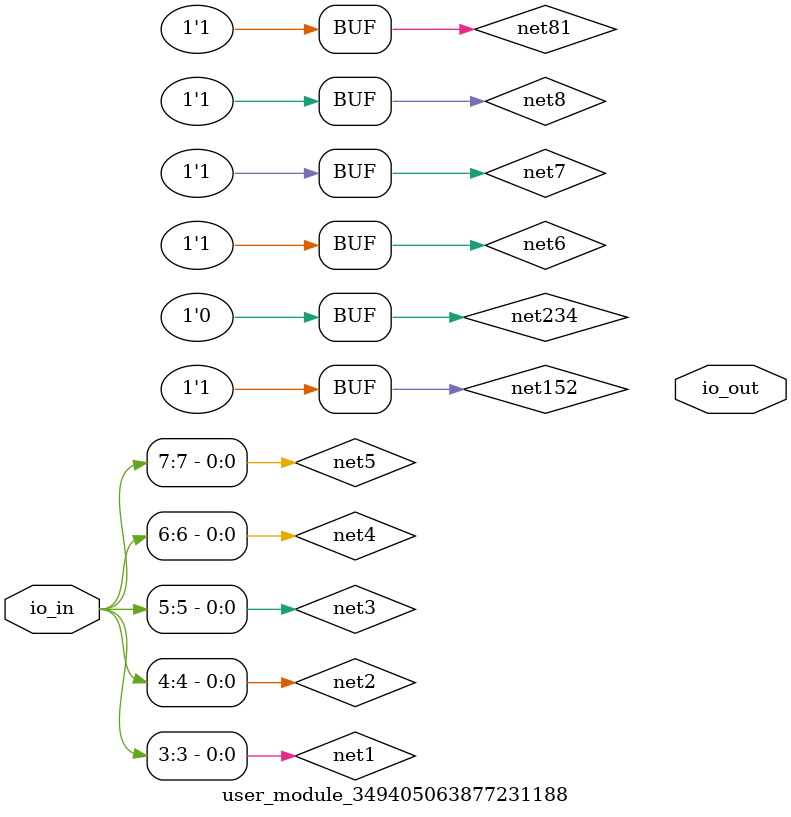
<source format=v>
/* Automatically generated from https://wokwi.com/projects/349405063877231188 */

`default_nettype none

module user_module_349405063877231188(
  input [7:0] io_in,
  output [7:0] io_out
);
  wire net1 = io_in[3];
  wire net2 = io_in[4];
  wire net3 = io_in[5];
  wire net4 = io_in[6];
  wire net5 = io_in[7];
  wire net6 = 1'b1;
  wire net7 = 1'b1;
  wire net8 = 1'b1;
  wire net9;
  wire net10;
  wire net11;
  wire net12;
  wire net13;
  wire net14;
  wire net15;
  wire net16;
  wire net17;
  wire net18;
  wire net19;
  wire net20;
  wire net21;
  wire net22;
  wire net23;
  wire net24;
  wire net25;
  wire net26;
  wire net27;
  wire net28;
  wire net29;
  wire net30;
  wire net31;
  wire net32;
  wire net33;
  wire net34;
  wire net35;
  wire net36;
  wire net37;
  wire net38;
  wire net39;
  wire net40;
  wire net41;
  wire net42;
  wire net43;
  wire net44;
  wire net45;
  wire net46;
  wire net47;
  wire net48;
  wire net49;
  wire net50;
  wire net51;
  wire net52;
  wire net53;
  wire net54;
  wire net55;
  wire net56;
  wire net57;
  wire net58;
  wire net59;
  wire net60;
  wire net61;
  wire net62;
  wire net63;
  wire net64;
  wire net65;
  wire net66;
  wire net67;
  wire net68;
  wire net69;
  wire net70;
  wire net71;
  wire net72;
  wire net73;
  wire net74;
  wire net75;
  wire net76;
  wire net77;
  wire net78;
  wire net79;
  wire net80;
  wire net81 = 1'b1;
  wire net82;
  wire net83;
  wire net84;
  wire net85;
  wire net86;
  wire net87;
  wire net88;
  wire net89;
  wire net90;
  wire net91;
  wire net92;
  wire net93;
  wire net94;
  wire net95;
  wire net96;
  wire net97;
  wire net98;
  wire net99;
  wire net100;
  wire net101;
  wire net102;
  wire net103;
  wire net104;
  wire net105;
  wire net106;
  wire net107;
  wire net108;
  wire net109;
  wire net110;
  wire net111;
  wire net112;
  wire net113;
  wire net114;
  wire net115;
  wire net116;
  wire net117;
  wire net118;
  wire net119;
  wire net120;
  wire net121;
  wire net122;
  wire net123;
  wire net124;
  wire net125;
  wire net126;
  wire net127;
  wire net128;
  wire net129;
  wire net130;
  wire net131;
  wire net132;
  wire net133;
  wire net134;
  wire net135;
  wire net136;
  wire net137;
  wire net138;
  wire net139;
  wire net140;
  wire net141;
  wire net142;
  wire net143;
  wire net144;
  wire net145;
  wire net146;
  wire net147;
  wire net148;
  wire net149;
  wire net150;
  wire net151;
  wire net152 = 1'b1;
  wire net153;
  wire net154;
  wire net155;
  wire net156;
  wire net157;
  wire net158;
  wire net159;
  wire net160;
  wire net161;
  wire net162;
  wire net163;
  wire net164;
  wire net165;
  wire net166;
  wire net167;
  wire net168;
  wire net169;
  wire net170;
  wire net171;
  wire net172;
  wire net173;
  wire net174;
  wire net175;
  wire net176;
  wire net177;
  wire net178;
  wire net179;
  wire net180;
  wire net181;
  wire net182;
  wire net183;
  wire net184;
  wire net185;
  wire net186;
  wire net187;
  wire net188;
  wire net189;
  wire net190;
  wire net191;
  wire net192;
  wire net193;
  wire net194;
  wire net195;
  wire net196;
  wire net197;
  wire net198;
  wire net199;
  wire net200;
  wire net201;
  wire net202;
  wire net203;
  wire net204;
  wire net205;
  wire net206;
  wire net207;
  wire net208;
  wire net209;
  wire net210;
  wire net211;
  wire net212;
  wire net213;
  wire net214;
  wire net215;
  wire net216;
  wire net217;
  wire net218;
  wire net219;
  wire net220;
  wire net221;
  wire net222;
  wire net223;
  wire net224;
  wire net225;
  wire net226;
  wire net227;
  wire net228;
  wire net229;
  wire net230;
  wire net231;
  wire net232;
  wire net233;
  wire net234 = 1'b0;
  wire net235;
  wire net236;
  wire net237;
  wire net238;
  wire net239;
  wire net240;
  wire net241;
  wire net242;
  wire net243;
  wire net244;
  wire net245;
  wire net246;
  wire net247;
  wire net248;
  wire net249;
  wire net250;
  wire net251;
  wire net252;
  wire net253;
  wire net254;
  wire net255;

  and_cell gate1 (

  );
  or_cell gate2 (

  );
  xor_cell gate3 (

  );
  nand_cell gate4 (

  );
  not_cell gate5 (

  );
  buffer_cell gate6 (

  );
  mux_cell mux1 (

  );
  dff_cell flipflop1 (

  );
  dff_cell flipflop2 (
    .d (net9),
    .clk (net10),
    .q (net11),
    .notq (net12)
  );
  and_cell gate7 (
    .a (net12),
    .b (net8),
    .out (net13)
  );
  and_cell gate8 (
    .a (net14),
    .b (net11),
    .out (net15)
  );
  or_cell gate9 (
    .a (net13),
    .b (net15),
    .out (net9)
  );
  not_cell gate10 (
    .in (net8),
    .out (net14)
  );
  dff_cell flipflop3 (
    .d (net16),
    .clk (net10),
    .q (net17),
    .notq (net18)
  );
  and_cell gate11 (
    .a (net18),
    .b (net19),
    .out (net20)
  );
  and_cell gate12 (
    .a (net21),
    .b (net17),
    .out (net22)
  );
  or_cell gate13 (
    .a (net20),
    .b (net22),
    .out (net16)
  );
  not_cell gate14 (
    .in (net19),
    .out (net21)
  );
  and_cell gate15 (
    .a (net23),
    .b (net11),
    .out (net24)
  );
  and_cell gate16 (
    .a (net5),
    .b (net12),
    .out (net25)
  );
  or_cell gate17 (
    .a (net24),
    .b (net25),
    .out (net19)
  );
  not_cell gate18 (
    .in (net5),
    .out (net23)
  );
  dff_cell flipflop4 (
    .d (net26),
    .clk (net10),
    .q (net27),
    .notq (net28)
  );
  and_cell gate19 (
    .a (net28),
    .b (net29),
    .out (net30)
  );
  and_cell gate20 (
    .a (net31),
    .b (net27),
    .out (net32)
  );
  or_cell gate21 (
    .a (net30),
    .b (net32),
    .out (net26)
  );
  not_cell gate22 (
    .in (net29),
    .out (net31)
  );
  and_cell gate23 (
    .a (net24),
    .b (net17),
    .out (net33)
  );
  and_cell gate24 (
    .a (net18),
    .b (net25),
    .out (net34)
  );
  or_cell gate25 (
    .a (net33),
    .b (net34),
    .out (net29)
  );
  dff_cell flipflop5 (
    .d (net35),
    .clk (net10),
    .q (net36),
    .notq (net37)
  );
  and_cell gate26 (
    .a (net37),
    .b (net38),
    .out (net39)
  );
  and_cell gate27 (
    .a (net40),
    .b (net36),
    .out (net41)
  );
  or_cell gate28 (
    .a (net39),
    .b (net41),
    .out (net35)
  );
  not_cell gate29 (
    .in (net38),
    .out (net40)
  );
  and_cell gate30 (
    .a (net33),
    .b (net27),
    .out (net42)
  );
  and_cell gate31 (
    .a (net28),
    .b (net34),
    .out (net43)
  );
  or_cell gate32 (
    .a (net42),
    .b (net43),
    .out (net38)
  );
  dff_cell flipflop6 (
    .d (net44),
    .clk (net10),
    .q (net45),
    .notq (net46)
  );
  and_cell gate33 (
    .a (net46),
    .b (net47),
    .out (net48)
  );
  and_cell gate34 (
    .a (net49),
    .b (net45),
    .out (net50)
  );
  or_cell gate35 (
    .a (net48),
    .b (net50),
    .out (net44)
  );
  not_cell gate36 (
    .in (net47),
    .out (net49)
  );
  and_cell gate37 (
    .a (net42),
    .b (net36),
    .out (net51)
  );
  and_cell gate38 (
    .a (net37),
    .b (net43),
    .out (net52)
  );
  or_cell gate39 (
    .a (net51),
    .b (net52),
    .out (net47)
  );
  dff_cell flipflop7 (
    .d (net53),
    .clk (net10),
    .q (net54),
    .notq (net55)
  );
  and_cell gate40 (
    .a (net55),
    .b (net56),
    .out (net57)
  );
  and_cell gate41 (
    .a (net58),
    .b (net54),
    .out (net59)
  );
  or_cell gate42 (
    .a (net57),
    .b (net59),
    .out (net53)
  );
  not_cell gate43 (
    .in (net56),
    .out (net58)
  );
  and_cell gate44 (
    .a (net51),
    .b (net45),
    .out (net60)
  );
  and_cell gate45 (
    .a (net46),
    .b (net52),
    .out (net61)
  );
  or_cell gate46 (
    .a (net60),
    .b (net61),
    .out (net56)
  );
  dff_cell flipflop8 (
    .d (net62),
    .clk (net10),
    .q (net63),
    .notq (net64)
  );
  and_cell gate47 (
    .a (net64),
    .b (net65),
    .out (net66)
  );
  and_cell gate48 (
    .a (net67),
    .b (net63),
    .out (net68)
  );
  or_cell gate49 (
    .a (net66),
    .b (net68),
    .out (net62)
  );
  not_cell gate50 (
    .in (net65),
    .out (net67)
  );
  and_cell gate51 (
    .a (net60),
    .b (net54),
    .out (net69)
  );
  and_cell gate52 (
    .a (net55),
    .b (net61),
    .out (net70)
  );
  or_cell gate53 (
    .a (net69),
    .b (net70),
    .out (net65)
  );
  dff_cell flipflop9 (
    .d (net71),
    .clk (net10),
    .q (net72),
    .notq (net73)
  );
  and_cell gate54 (
    .a (net73),
    .b (net74),
    .out (net75)
  );
  and_cell gate55 (
    .a (net76),
    .b (net72),
    .out (net77)
  );
  or_cell gate56 (
    .a (net75),
    .b (net77),
    .out (net71)
  );
  not_cell gate57 (
    .in (net74),
    .out (net76)
  );
  and_cell gate58 (
    .a (net69),
    .b (net63),
    .out (net78)
  );
  and_cell gate59 (
    .a (net64),
    .b (net70),
    .out (net79)
  );
  or_cell gate60 (
    .a (net78),
    .b (net79),
    .out (net74)
  );
  not_cell gate114 (
    .in (net5),
    .out (net80)
  );
  dff_cell flipflop10 (
    .d (net82),
    .clk (net83),
    .q (net84),
    .notq (net85)
  );
  and_cell gate61 (
    .a (net85),
    .b (net81),
    .out (net86)
  );
  and_cell gate62 (
    .a (net87),
    .b (net84),
    .out (net88)
  );
  or_cell gate63 (
    .a (net86),
    .b (net88),
    .out (net82)
  );
  not_cell gate64 (
    .in (net81),
    .out (net87)
  );
  dff_cell flipflop11 (
    .d (net89),
    .clk (net83),
    .q (net90),
    .notq (net91)
  );
  and_cell gate65 (
    .a (net91),
    .b (net92),
    .out (net93)
  );
  and_cell gate66 (
    .a (net94),
    .b (net90),
    .out (net95)
  );
  or_cell gate67 (
    .a (net93),
    .b (net95),
    .out (net89)
  );
  not_cell gate68 (
    .in (net92),
    .out (net94)
  );
  and_cell gate69 (
    .a (net80),
    .b (net84),
    .out (net96)
  );
  and_cell gate70 (
    .a (net5),
    .b (net85),
    .out (net97)
  );
  or_cell gate71 (
    .a (net96),
    .b (net97),
    .out (net92)
  );
  dff_cell flipflop12 (
    .d (net98),
    .clk (net83),
    .q (net99),
    .notq (net100)
  );
  and_cell gate72 (
    .a (net100),
    .b (net101),
    .out (net102)
  );
  and_cell gate73 (
    .a (net103),
    .b (net99),
    .out (net104)
  );
  or_cell gate74 (
    .a (net102),
    .b (net104),
    .out (net98)
  );
  not_cell gate75 (
    .in (net101),
    .out (net103)
  );
  and_cell gate76 (
    .a (net96),
    .b (net90),
    .out (net105)
  );
  and_cell gate77 (
    .a (net91),
    .b (net97),
    .out (net106)
  );
  or_cell gate78 (
    .a (net105),
    .b (net106),
    .out (net101)
  );
  dff_cell flipflop13 (
    .d (net107),
    .clk (net83),
    .q (net108),
    .notq (net109)
  );
  and_cell gate79 (
    .a (net109),
    .b (net110),
    .out (net111)
  );
  and_cell gate80 (
    .a (net112),
    .b (net108),
    .out (net113)
  );
  or_cell gate81 (
    .a (net111),
    .b (net113),
    .out (net107)
  );
  not_cell gate82 (
    .in (net110),
    .out (net112)
  );
  and_cell gate83 (
    .a (net105),
    .b (net99),
    .out (net114)
  );
  and_cell gate84 (
    .a (net100),
    .b (net106),
    .out (net115)
  );
  or_cell gate85 (
    .a (net114),
    .b (net115),
    .out (net110)
  );
  dff_cell flipflop14 (
    .d (net116),
    .clk (net83),
    .q (net117),
    .notq (net118)
  );
  and_cell gate86 (
    .a (net118),
    .b (net119),
    .out (net120)
  );
  and_cell gate87 (
    .a (net121),
    .b (net117),
    .out (net122)
  );
  or_cell gate88 (
    .a (net120),
    .b (net122),
    .out (net116)
  );
  not_cell gate89 (
    .in (net119),
    .out (net121)
  );
  and_cell gate90 (
    .a (net114),
    .b (net108),
    .out (net123)
  );
  and_cell gate91 (
    .a (net109),
    .b (net115),
    .out (net124)
  );
  or_cell gate92 (
    .a (net123),
    .b (net124),
    .out (net119)
  );
  dff_cell flipflop15 (
    .d (net125),
    .clk (net83),
    .q (net126),
    .notq (net127)
  );
  and_cell gate93 (
    .a (net127),
    .b (net128),
    .out (net129)
  );
  and_cell gate94 (
    .a (net130),
    .b (net126),
    .out (net131)
  );
  or_cell gate95 (
    .a (net129),
    .b (net131),
    .out (net125)
  );
  not_cell gate96 (
    .in (net128),
    .out (net130)
  );
  and_cell gate97 (
    .a (net123),
    .b (net117),
    .out (net132)
  );
  and_cell gate98 (
    .a (net118),
    .b (net124),
    .out (net133)
  );
  or_cell gate99 (
    .a (net132),
    .b (net133),
    .out (net128)
  );
  dff_cell flipflop16 (
    .d (net134),
    .clk (net83),
    .q (net135),
    .notq (net136)
  );
  and_cell gate100 (
    .a (net136),
    .b (net137),
    .out (net138)
  );
  and_cell gate101 (
    .a (net139),
    .b (net135),
    .out (net140)
  );
  or_cell gate102 (
    .a (net138),
    .b (net140),
    .out (net134)
  );
  not_cell gate103 (
    .in (net137),
    .out (net139)
  );
  and_cell gate104 (
    .a (net132),
    .b (net126),
    .out (net141)
  );
  and_cell gate105 (
    .a (net127),
    .b (net133),
    .out (net142)
  );
  or_cell gate106 (
    .a (net141),
    .b (net142),
    .out (net137)
  );
  dff_cell flipflop17 (
    .d (net143),
    .clk (net83),
    .q (net144),
    .notq (net145)
  );
  and_cell gate107 (
    .a (net145),
    .b (net146),
    .out (net147)
  );
  and_cell gate108 (
    .a (net148),
    .b (net144),
    .out (net149)
  );
  or_cell gate109 (
    .a (net147),
    .b (net149),
    .out (net143)
  );
  not_cell gate110 (
    .in (net146),
    .out (net148)
  );
  and_cell gate111 (
    .a (net141),
    .b (net135),
    .out (net150)
  );
  and_cell gate112 (
    .a (net136),
    .b (net142),
    .out (net151)
  );
  or_cell gate113 (
    .a (net150),
    .b (net151),
    .out (net146)
  );
  and_cell gate115 (
    .a (net1),
    .b (net4),
    .out (net10)
  );
  and_cell gate116 (
    .a (net153),
    .b (net1),
    .out (net83)
  );
  not_cell gate117 (
    .in (net4),
    .out (net153)
  );
  not_cell gate118 (

  );
  not_cell gate130 (

  );
  not_cell gate131 (

  );
  buffer_cell gate132 (
    .in (net154),
    .out (net155)
  );
  buffer_cell gate133 (
    .in (net156),
    .out (net157)
  );
  buffer_cell gate134 (
    .in (net158),
    .out (net159)
  );
  buffer_cell gate135 (
    .in (net160),
    .out (net161)
  );
  not_cell gate136 (
    .in (net159),
    .out (net162)
  );
  not_cell gate137 (
    .in (net161),
    .out (net163)
  );
  not_cell gate138 (
    .in (net157),
    .out (net164)
  );
  not_cell gate139 (
    .in (net155),
    .out (net165)
  );
  and_cell gate140 (
    .a (net159),
    .b (net166),
    .out (net167)
  );
  and_cell gate141 (
    .a (net165),
    .b (net157),
    .out (net166)
  );
  or_cell gate142 (
    .a (net168),
    .b (net169),
    .out (net170)
  );
  and_cell gate143 (
    .a (net155),
    .b (net162),
    .out (net171)
  );
  and_cell gate144 (
    .a (net163),
    .b (net172),
    .out (net173)
  );
  and_cell gate145 (
    .a (net164),
    .b (net155),
    .out (net172)
  );
  and_cell gate146 (
    .a (net161),
    .b (net165),
    .out (net174)
  );
  and_cell gate147 (
    .a (net157),
    .b (net161),
    .out (net175)
  );
  or_cell gate148 (
    .a (net176),
    .b (net175),
    .out (net177)
  );
  or_cell gate149 (
    .a (net174),
    .b (net167),
    .out (net178)
  );
  or_cell gate150 (
    .a (net173),
    .b (net171),
    .out (net169)
  );
  or_cell gate151 (
    .a (net177),
    .b (net178),
    .out (net168)
  );
  and_cell gate152 (
    .a (net155),
    .b (net179),
    .out (net180)
  );
  and_cell gate153 (
    .a (net163),
    .b (net159),
    .out (net179)
  );
  and_cell gate154 (
    .a (net164),
    .b (net162),
    .out (net176)
  );
  and_cell gate155 (
    .a (net165),
    .b (net181),
    .out (net182)
  );
  and_cell gate156 (
    .a (net163),
    .b (net162),
    .out (net181)
  );
  and_cell gate157 (
    .a (net165),
    .b (net161),
    .out (net183)
  );
  and_cell gate158 (
    .a (net183),
    .b (net159),
    .out (net184)
  );
  and_cell gate159 (
    .a (net165),
    .b (net164),
    .out (net185)
  );
  or_cell gate160 (
    .a (net180),
    .b (net185),
    .out (net186)
  );
  or_cell gate161 (
    .a (net184),
    .b (net182),
    .out (net187)
  );
  or_cell gate162 (
    .a (net186),
    .b (net187),
    .out (net188)
  );
  or_cell gate163 (
    .a (net188),
    .b (net176),
    .out (net189)
  );
  and_cell gate164 (
    .a (net155),
    .b (net164),
    .out (net190)
  );
  and_cell gate165 (
    .a (net165),
    .b (net157),
    .out (net191)
  );
  and_cell gate166 (
    .a (net165),
    .b (net163),
    .out (net192)
  );
  and_cell gate167 (
    .a (net165),
    .b (net159),
    .out (net193)
  );
  and_cell gate168 (
    .a (net159),
    .b (net163),
    .out (net194)
  );
  or_cell gate169 (
    .a (net190),
    .b (net191),
    .out (net195)
  );
  or_cell gate170 (
    .a (net192),
    .b (net193),
    .out (net196)
  );
  or_cell gate171 (
    .a (net195),
    .b (net196),
    .out (net197)
  );
  or_cell gate172 (
    .a (net197),
    .b (net194),
    .out (net198)
  );
  and_cell gate173 (
    .a (net157),
    .b (net163),
    .out (net199)
  );
  and_cell gate174 (
    .a (net165),
    .b (net161),
    .out (net200)
  );
  and_cell gate175 (
    .a (net155),
    .b (net157),
    .out (net201)
  );
  and_cell gate176 (
    .a (net199),
    .b (net159),
    .out (net202)
  );
  and_cell gate177 (
    .a (net200),
    .b (net162),
    .out (net203)
  );
  and_cell gate178 (
    .a (net201),
    .b (net162),
    .out (net204)
  );
  and_cell gate179 (
    .a (net164),
    .b (net163),
    .out (net205)
  );
  and_cell gate180 (
    .a (net164),
    .b (net161),
    .out (net206)
  );
  and_cell gate181 (
    .a (net205),
    .b (net162),
    .out (net207)
  );
  and_cell gate182 (
    .a (net206),
    .b (net159),
    .out (net208)
  );
  or_cell gate183 (
    .a (net204),
    .b (net203),
    .out (net209)
  );
  or_cell gate184 (
    .a (net202),
    .b (net208),
    .out (net210)
  );
  or_cell gate185 (
    .a (net209),
    .b (net210),
    .out (net211)
  );
  or_cell gate186 (
    .a (net211),
    .b (net207),
    .out (net212)
  );
  and_cell gate187 (
    .a (net155),
    .b (net161),
    .out (net213)
  );
  and_cell gate188 (
    .a (net155),
    .b (net157),
    .out (net214)
  );
  and_cell gate189 (
    .a (net161),
    .b (net162),
    .out (net215)
  );
  or_cell gate190 (
    .a (net214),
    .b (net213),
    .out (net216)
  );
  or_cell gate191 (
    .a (net176),
    .b (net215),
    .out (net217)
  );
  or_cell gate192 (
    .a (net216),
    .b (net217),
    .out (net218)
  );
  and_cell gate193 (
    .a (net155),
    .b (net164),
    .out (net219)
  );
  and_cell gate194 (
    .a (net192),
    .b (net157),
    .out (net220)
  );
  and_cell gate195 (
    .a (net157),
    .b (net162),
    .out (net221)
  );
  or_cell gate196 (
    .a (net219),
    .b (net213),
    .out (net222)
  );
  or_cell gate197 (
    .a (net220),
    .b (net221),
    .out (net223)
  );
  or_cell gate198 (
    .a (net222),
    .b (net223),
    .out (net224)
  );
  or_cell gate199 (
    .a (net224),
    .b (net181),
    .out (net225)
  );
  and_cell gate200 (
    .a (net219),
    .b (net226),
    .out (net227)
  );
  and_cell gate201 (
    .a (net155),
    .b (net159),
    .out (net228)
  );
  or_cell gate202 (
    .a (net219),
    .b (net220),
    .out (net229)
  );
  or_cell gate203 (
    .a (net228),
    .b (net230),
    .out (net231)
  );
  and_cell gate204 (
    .a (net164),
    .b (net161),
    .out (net230)
  );
  or_cell gate205 (
    .a (net229),
    .b (net231),
    .out (net232)
  );
  or_cell gate206 (
    .a (net215),
    .b (net232),
    .out (net233)
  );
  and_cell gate207 (
    .a (net161),
    .b (net159),
    .out (net226)
  );
  mux_cell mux5 (
    .a (net11),
    .b (net84),
    .sel (net235),
    .out (net236)
  );
  or_cell gate208 (
    .a (net237),
    .b (net238),
    .out (net158)
  );
  not_cell gate209 (
    .in (net2),
    .out (net239)
  );
  and_cell gate210 (
    .a (net2),
    .b (net240),
    .out (net241)
  );
  mux_cell mux6 (
    .a (net36),
    .b (net108),
    .sel (net235),
    .out (net242)
  );
  mux_cell mux7 (
    .a (net27),
    .b (net99),
    .sel (net235),
    .out (net243)
  );
  mux_cell mux8 (
    .a (net17),
    .b (net90),
    .sel (net235),
    .out (net240)
  );
  mux_cell mux9 (
    .a (net45),
    .b (net117),
    .sel (net235),
    .out (net244)
  );
  mux_cell mux10 (
    .a (net72),
    .b (net144),
    .sel (net235),
    .out (net245)
  );
  mux_cell mux11 (
    .a (net63),
    .b (net135),
    .sel (net235),
    .out (net246)
  );
  mux_cell mux12 (
    .a (net54),
    .b (net126),
    .sel (net235),
    .out (net247)
  );
  and_cell gate211 (
    .a (net2),
    .b (net236),
    .out (net237)
  );
  and_cell gate212 (
    .a (net2),
    .b (net243),
    .out (net248)
  );
  and_cell gate213 (
    .a (net2),
    .b (net242),
    .out (net249)
  );
  and_cell gate214 (
    .a (net250),
    .b (net247),
    .out (net251)
  );
  and_cell gate215 (
    .a (net239),
    .b (net244),
    .out (net238)
  );
  and_cell gate216 (
    .a (net252),
    .b (net246),
    .out (net253)
  );
  and_cell gate217 (
    .a (net254),
    .b (net245),
    .out (net255)
  );
  not_cell gate218 (
    .in (net2),
    .out (net250)
  );
  not_cell gate219 (
    .in (net2),
    .out (net252)
  );
  not_cell gate220 (
    .in (net2),
    .out (net254)
  );
  or_cell gate221 (
    .a (net249),
    .b (net255),
    .out (net154)
  );
  or_cell gate222 (
    .a (net248),
    .b (net253),
    .out (net156)
  );
  or_cell gate223 (
    .a (net241),
    .b (net251),
    .out (net160)
  );
  not_cell not1 (
    .in (net3),
    .out (net235)
  );
endmodule

</source>
